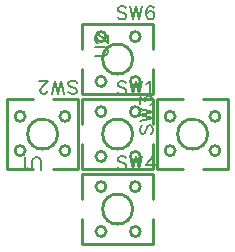
<source format=gto>
G04 Layer: TopSilkscreenLayer*
G04 EasyEDA v6.5.40, 2024-06-15 17:03:23*
G04 e63031535b224d068feaf967c7116de5,10*
G04 Gerber Generator version 0.2*
G04 Scale: 100 percent, Rotated: No, Reflected: No *
G04 Dimensions in millimeters *
G04 leading zeros omitted , absolute positions ,4 integer and 5 decimal *
%FSLAX45Y45*%
%MOMM*%

%ADD10C,0.1524*%
%ADD11C,0.2540*%

%LPD*%
D10*
X5511800Y5853684D02*
G01*
X5511800Y5931662D01*
X5506720Y5947155D01*
X5496306Y5957570D01*
X5480558Y5962650D01*
X5470143Y5962650D01*
X5454650Y5957570D01*
X5444236Y5947155D01*
X5439156Y5931662D01*
X5439156Y5853684D01*
X5404865Y5874512D02*
G01*
X5394452Y5869178D01*
X5378704Y5853684D01*
X5378704Y5962650D01*
X5967984Y6819900D02*
G01*
X6045961Y6819900D01*
X6061456Y6824979D01*
X6071870Y6835394D01*
X6076950Y6851142D01*
X6076950Y6861555D01*
X6071870Y6877050D01*
X6061456Y6887463D01*
X6045961Y6892544D01*
X5967984Y6892544D01*
X5993891Y6932168D02*
G01*
X5988811Y6932168D01*
X5978397Y6937247D01*
X5973063Y6942581D01*
X5967984Y6952995D01*
X5967984Y6973570D01*
X5973063Y6983984D01*
X5978397Y6989318D01*
X5988811Y6994397D01*
X5999225Y6994397D01*
X6009640Y6989318D01*
X6025134Y6978904D01*
X6076950Y6926834D01*
X6076950Y6999731D01*
X6232131Y6589521D02*
G01*
X6221717Y6599936D01*
X6206223Y6605015D01*
X6185395Y6605015D01*
X6169901Y6599936D01*
X6159487Y6589521D01*
X6159487Y6579108D01*
X6164567Y6568694D01*
X6169901Y6563360D01*
X6180315Y6558279D01*
X6211557Y6547865D01*
X6221717Y6542786D01*
X6227051Y6537452D01*
X6232131Y6527037D01*
X6232131Y6511544D01*
X6221717Y6501129D01*
X6206223Y6496050D01*
X6185395Y6496050D01*
X6169901Y6501129D01*
X6159487Y6511544D01*
X6266421Y6605015D02*
G01*
X6292583Y6496050D01*
X6318491Y6605015D02*
G01*
X6292583Y6496050D01*
X6318491Y6605015D02*
G01*
X6344399Y6496050D01*
X6370307Y6605015D02*
G01*
X6344399Y6496050D01*
X6404597Y6584187D02*
G01*
X6415011Y6589521D01*
X6430759Y6605015D01*
X6430759Y6496050D01*
X5743956Y6516878D02*
G01*
X5754370Y6506463D01*
X5769863Y6501384D01*
X5790691Y6501384D01*
X5806186Y6506463D01*
X5816600Y6516878D01*
X5816600Y6527292D01*
X5811520Y6537705D01*
X5806186Y6543039D01*
X5795772Y6548120D01*
X5764529Y6558534D01*
X5754370Y6563613D01*
X5749036Y6568947D01*
X5743956Y6579362D01*
X5743956Y6594855D01*
X5754370Y6605270D01*
X5769863Y6610350D01*
X5790691Y6610350D01*
X5806186Y6605270D01*
X5816600Y6594855D01*
X5709665Y6501384D02*
G01*
X5683504Y6610350D01*
X5657595Y6501384D02*
G01*
X5683504Y6610350D01*
X5657595Y6501384D02*
G01*
X5631688Y6610350D01*
X5605779Y6501384D02*
G01*
X5631688Y6610350D01*
X5566156Y6527292D02*
G01*
X5566156Y6522212D01*
X5561075Y6511797D01*
X5555741Y6506463D01*
X5545327Y6501384D01*
X5524500Y6501384D01*
X5514340Y6506463D01*
X5509006Y6511797D01*
X5503925Y6522212D01*
X5503925Y6532626D01*
X5509006Y6543039D01*
X5519420Y6558534D01*
X5571490Y6610350D01*
X5498591Y6610350D01*
X6364477Y6232131D02*
G01*
X6354063Y6221717D01*
X6348984Y6206223D01*
X6348984Y6185395D01*
X6354063Y6169901D01*
X6364477Y6159487D01*
X6374891Y6159487D01*
X6385306Y6164567D01*
X6390640Y6169901D01*
X6395720Y6180315D01*
X6406134Y6211557D01*
X6411213Y6221717D01*
X6416547Y6227051D01*
X6426961Y6232131D01*
X6442456Y6232131D01*
X6452870Y6221717D01*
X6457950Y6206223D01*
X6457950Y6185395D01*
X6452870Y6169901D01*
X6442456Y6159487D01*
X6348984Y6266421D02*
G01*
X6457950Y6292583D01*
X6348984Y6318491D02*
G01*
X6457950Y6292583D01*
X6348984Y6318491D02*
G01*
X6457950Y6344399D01*
X6348984Y6370307D02*
G01*
X6457950Y6344399D01*
X6348984Y6415011D02*
G01*
X6348984Y6472161D01*
X6390640Y6441173D01*
X6390640Y6456667D01*
X6395720Y6467081D01*
X6400800Y6472161D01*
X6416547Y6477495D01*
X6426961Y6477495D01*
X6442456Y6472161D01*
X6452870Y6461747D01*
X6457950Y6446253D01*
X6457950Y6430759D01*
X6452870Y6415011D01*
X6447790Y6409931D01*
X6437375Y6404597D01*
X6232131Y5954521D02*
G01*
X6221717Y5964936D01*
X6206223Y5970015D01*
X6185395Y5970015D01*
X6169901Y5964936D01*
X6159487Y5954521D01*
X6159487Y5944107D01*
X6164567Y5933694D01*
X6169901Y5928360D01*
X6180315Y5923279D01*
X6211557Y5912865D01*
X6221717Y5907786D01*
X6227051Y5902452D01*
X6232131Y5892037D01*
X6232131Y5876544D01*
X6221717Y5866129D01*
X6206223Y5861050D01*
X6185395Y5861050D01*
X6169901Y5866129D01*
X6159487Y5876544D01*
X6266421Y5970015D02*
G01*
X6292583Y5861050D01*
X6318491Y5970015D02*
G01*
X6292583Y5861050D01*
X6318491Y5970015D02*
G01*
X6344399Y5861050D01*
X6370307Y5970015D02*
G01*
X6344399Y5861050D01*
X6456667Y5970015D02*
G01*
X6404597Y5897371D01*
X6482575Y5897371D01*
X6456667Y5970015D02*
G01*
X6456667Y5861050D01*
X6232131Y7224521D02*
G01*
X6221717Y7234936D01*
X6206223Y7240015D01*
X6185395Y7240015D01*
X6169901Y7234936D01*
X6159487Y7224521D01*
X6159487Y7214108D01*
X6164567Y7203694D01*
X6169901Y7198360D01*
X6180315Y7193279D01*
X6211557Y7182865D01*
X6221717Y7177786D01*
X6227051Y7172452D01*
X6232131Y7162037D01*
X6232131Y7146544D01*
X6221717Y7136129D01*
X6206223Y7131050D01*
X6185395Y7131050D01*
X6169901Y7136129D01*
X6159487Y7146544D01*
X6266421Y7240015D02*
G01*
X6292583Y7131050D01*
X6318491Y7240015D02*
G01*
X6292583Y7131050D01*
X6318491Y7240015D02*
G01*
X6344399Y7131050D01*
X6370307Y7240015D02*
G01*
X6344399Y7131050D01*
X6467081Y7224521D02*
G01*
X6461747Y7234936D01*
X6446253Y7240015D01*
X6435839Y7240015D01*
X6420345Y7234936D01*
X6409931Y7219187D01*
X6404597Y7193279D01*
X6404597Y7167371D01*
X6409931Y7146544D01*
X6420345Y7136129D01*
X6435839Y7131050D01*
X6441173Y7131050D01*
X6456667Y7136129D01*
X6467081Y7146544D01*
X6472161Y7162037D01*
X6472161Y7167371D01*
X6467081Y7182865D01*
X6456667Y7193279D01*
X6441173Y7198360D01*
X6435839Y7198360D01*
X6420345Y7193279D01*
X6409931Y7182865D01*
X6404597Y7167371D01*
D11*
X5859487Y6075131D02*
G01*
X5859487Y6045321D01*
X5859487Y6273678D02*
G01*
X5859487Y6243868D01*
X6459486Y6075116D02*
G01*
X6459486Y6045321D01*
X6459486Y6273678D02*
G01*
X6459486Y6243883D01*
X5859487Y6459499D02*
G01*
X6459486Y6459499D01*
X6459486Y6273678D01*
X6459486Y6045321D02*
G01*
X6459486Y5859500D01*
X5859487Y5859500D01*
X5859487Y6045321D01*
X5859487Y6273678D02*
G01*
X5859487Y6459499D01*
X5608868Y5859487D02*
G01*
X5638678Y5859487D01*
X5410321Y5859487D02*
G01*
X5440131Y5859487D01*
X5608883Y6459486D02*
G01*
X5638678Y6459486D01*
X5410321Y6459486D02*
G01*
X5440116Y6459486D01*
X5224500Y5859487D02*
G01*
X5224500Y6459486D01*
X5410321Y6459486D01*
X5638678Y6459486D02*
G01*
X5824499Y6459486D01*
X5824499Y5859487D01*
X5638678Y5859487D01*
X5410321Y5859487D02*
G01*
X5224500Y5859487D01*
X6878868Y5859487D02*
G01*
X6908678Y5859487D01*
X6680321Y5859487D02*
G01*
X6710131Y5859487D01*
X6878883Y6459486D02*
G01*
X6908678Y6459486D01*
X6680321Y6459486D02*
G01*
X6710116Y6459486D01*
X6494500Y5859487D02*
G01*
X6494500Y6459486D01*
X6680321Y6459486D01*
X6908678Y6459486D02*
G01*
X7094499Y6459486D01*
X7094499Y5859487D01*
X6908678Y5859487D01*
X6680321Y5859487D02*
G01*
X6494500Y5859487D01*
X5859487Y5440131D02*
G01*
X5859487Y5410321D01*
X5859487Y5638678D02*
G01*
X5859487Y5608868D01*
X6459486Y5440116D02*
G01*
X6459486Y5410321D01*
X6459486Y5638678D02*
G01*
X6459486Y5608883D01*
X5859487Y5824499D02*
G01*
X6459486Y5824499D01*
X6459486Y5638678D01*
X6459486Y5410321D02*
G01*
X6459486Y5224500D01*
X5859487Y5224500D01*
X5859487Y5410321D01*
X5859487Y5638678D02*
G01*
X5859487Y5824499D01*
X5859487Y6710131D02*
G01*
X5859487Y6680321D01*
X5859487Y6908678D02*
G01*
X5859487Y6878868D01*
X6459486Y6710116D02*
G01*
X6459486Y6680321D01*
X6459486Y6908678D02*
G01*
X6459486Y6878883D01*
X5859487Y7094499D02*
G01*
X6459486Y7094499D01*
X6459486Y6908678D01*
X6459486Y6680321D02*
G01*
X6459486Y6494500D01*
X5859487Y6494500D01*
X5859487Y6680321D01*
X5859487Y6908678D02*
G01*
X5859487Y7094499D01*
G75*
G01
X6286500Y6159500D02*
G03X6286500Y6159500I-127000J0D01*
G75*
G01
X6352261Y6349492D02*
G03X6352261Y6349492I-42748J0D01*
G75*
G01
X6062243Y6349492D02*
G03X6062243Y6349492I-42748J0D01*
G75*
G01
X6062243Y5969508D02*
G03X6062243Y5969508I-42748J0D01*
G75*
G01
X6352261Y5969508D02*
G03X6352261Y5969508I-42748J0D01*
G75*
G01
X5651500Y6159475D02*
G03X5651500Y6159475I-127000J0D01*
G75*
G01
X5377256Y6309487D02*
G03X5377256Y6309487I-42748J0D01*
G75*
G01
X5377256Y6019470D02*
G03X5377256Y6019470I-42748J0D01*
G75*
G01
X5757240Y6019470D02*
G03X5757240Y6019470I-42748J0D01*
G75*
G01
X5757240Y6309487D02*
G03X5757240Y6309487I-42748J0D01*
G75*
G01
X6921500Y6159475D02*
G03X6921500Y6159475I-127000J0D01*
G75*
G01
X6647256Y6309487D02*
G03X6647256Y6309487I-42748J0D01*
G75*
G01
X6647256Y6019470D02*
G03X6647256Y6019470I-42748J0D01*
G75*
G01
X7027240Y6019470D02*
G03X7027240Y6019470I-42748J0D01*
G75*
G01
X7027240Y6309487D02*
G03X7027240Y6309487I-42748J0D01*
G75*
G01
X6286500Y5524500D02*
G03X6286500Y5524500I-127000J0D01*
G75*
G01
X6352261Y5714492D02*
G03X6352261Y5714492I-42748J0D01*
G75*
G01
X6062243Y5714492D02*
G03X6062243Y5714492I-42748J0D01*
G75*
G01
X6062243Y5334508D02*
G03X6062243Y5334508I-42748J0D01*
G75*
G01
X6352261Y5334508D02*
G03X6352261Y5334508I-42748J0D01*
G75*
G01
X6286500Y6794500D02*
G03X6286500Y6794500I-127000J0D01*
G75*
G01
X6352261Y6984492D02*
G03X6352261Y6984492I-42748J0D01*
G75*
G01
X6062243Y6984492D02*
G03X6062243Y6984492I-42748J0D01*
G75*
G01
X6062243Y6604508D02*
G03X6062243Y6604508I-42748J0D01*
G75*
G01
X6352261Y6604508D02*
G03X6352261Y6604508I-42748J0D01*
M02*

</source>
